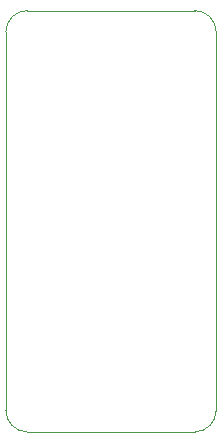
<source format=gm1>
%TF.GenerationSoftware,KiCad,Pcbnew,8.0.3*%
%TF.CreationDate,2024-08-13T20:23:53+02:00*%
%TF.ProjectId,xiao_nrf52840_breakout,7869616f-5f6e-4726-9635-323834305f62,rev?*%
%TF.SameCoordinates,Original*%
%TF.FileFunction,Profile,NP*%
%FSLAX46Y46*%
G04 Gerber Fmt 4.6, Leading zero omitted, Abs format (unit mm)*
G04 Created by KiCad (PCBNEW 8.0.3) date 2024-08-13 20:23:53*
%MOMM*%
%LPD*%
G01*
G04 APERTURE LIST*
%TA.AperFunction,Profile*%
%ADD10C,0.100000*%
%TD*%
G04 APERTURE END LIST*
D10*
X149400000Y-128668902D02*
G75*
G02*
X147599998Y-126868902I0J1800002D01*
G01*
X147600000Y-126868902D02*
X147600000Y-94800000D01*
X163600000Y-93000000D02*
G75*
G02*
X165400000Y-94800000I0J-1800000D01*
G01*
X165400000Y-126868902D02*
G75*
G02*
X163600000Y-128668900I-1800000J2D01*
G01*
X149400000Y-93000000D02*
X163600000Y-93000000D01*
X163600000Y-128668902D02*
X149400000Y-128668902D01*
X165400000Y-94800000D02*
X165400000Y-126868902D01*
X147600000Y-94800000D02*
G75*
G02*
X149400000Y-93000000I1800000J0D01*
G01*
M02*

</source>
